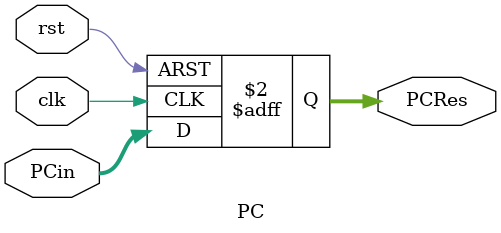
<source format=v>
module PC(
    PCin,
    PCRes,
    clk,
    rst
);
    input clk, rst;
    input [31:0] PCin;
    output reg[31:0] PCRes;

    always@(posedge clk or posedge rst) begin
        if (rst) 
            PCRes <= 32'h0;
        else 
            PCRes <= PCin;
    end

endmodule
</source>
